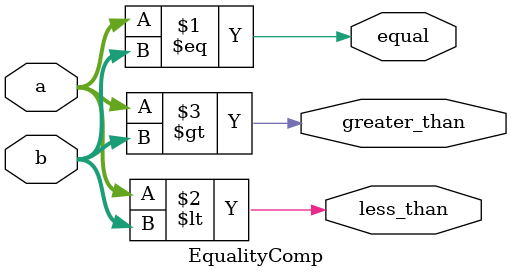
<source format=v>
`timescale 1ns / 1ps

module EqualityComp #(parameter SIZE=2)
(
	input [SIZE-1:0] a,b,
    output equal,
	output less_than,
	output greater_than
);

    assign equal = (a==b);
	assign less_than = (a<b);
	assign greater_than = (a>b);
	
endmodule
</source>
